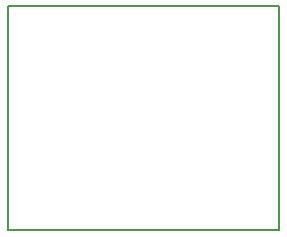
<source format=gm1>
G04 #@! TF.GenerationSoftware,KiCad,Pcbnew,8.0.4-8.0.4-0~ubuntu24.04.1*
G04 #@! TF.CreationDate,2024-09-02T11:32:14+02:00*
G04 #@! TF.ProjectId,avos_mini_tapper_coils,61766f73-5f6d-4696-9e69-5f7461707065,rev?*
G04 #@! TF.SameCoordinates,Original*
G04 #@! TF.FileFunction,Profile,NP*
%FSLAX46Y46*%
G04 Gerber Fmt 4.6, Leading zero omitted, Abs format (unit mm)*
G04 Created by KiCad (PCBNEW 8.0.4-8.0.4-0~ubuntu24.04.1) date 2024-09-02 11:32:14*
%MOMM*%
%LPD*%
G01*
G04 APERTURE LIST*
G04 #@! TA.AperFunction,Profile*
%ADD10C,0.150000*%
G04 #@! TD*
G04 APERTURE END LIST*
D10*
X107000000Y-113000000D02*
X107000000Y-93990000D01*
X130000000Y-94000000D02*
X107000000Y-93990000D01*
X130000000Y-113000000D02*
X107000000Y-113000000D01*
X130000000Y-94000000D02*
X130000000Y-113000000D01*
M02*

</source>
